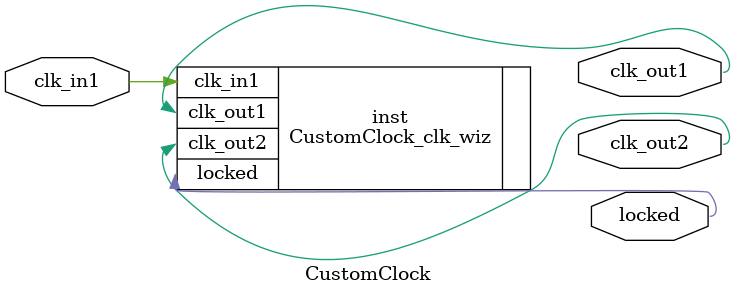
<source format=v>


`timescale 1ps/1ps

(* CORE_GENERATION_INFO = "CustomClock,clk_wiz_v6_0_13_0_0,{component_name=CustomClock,use_phase_alignment=true,use_min_o_jitter=false,use_max_i_jitter=false,use_dyn_phase_shift=false,use_inclk_switchover=false,use_dyn_reconfig=false,enable_axi=0,feedback_source=FDBK_AUTO,PRIMITIVE=PLL,num_out_clk=2,clkin1_period=20.000,clkin2_period=10.000,use_power_down=false,use_reset=false,use_locked=true,use_inclk_stopped=false,feedback_type=SINGLE,CLOCK_MGR_TYPE=NA,manual_override=false}" *)

module CustomClock 
 (
  // Clock out ports
  output        clk_out1,
  output        clk_out2,
  // Status and control signals
  output        locked,
 // Clock in ports
  input         clk_in1
 );

  CustomClock_clk_wiz inst
  (
  // Clock out ports  
  .clk_out1(clk_out1),
  .clk_out2(clk_out2),
  // Status and control signals               
  .locked(locked),
 // Clock in ports
  .clk_in1(clk_in1)
  );

endmodule

</source>
